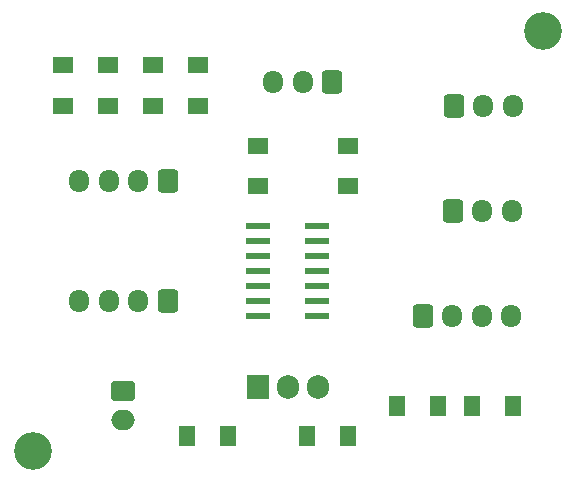
<source format=gbr>
%TF.GenerationSoftware,KiCad,Pcbnew,7.0.9*%
%TF.CreationDate,2024-02-07T18:20:54+01:00*%
%TF.ProjectId,Final_project,46696e61-6c5f-4707-926f-6a6563742e6b,1*%
%TF.SameCoordinates,Original*%
%TF.FileFunction,Soldermask,Top*%
%TF.FilePolarity,Negative*%
%FSLAX46Y46*%
G04 Gerber Fmt 4.6, Leading zero omitted, Abs format (unit mm)*
G04 Created by KiCad (PCBNEW 7.0.9) date 2024-02-07 18:20:54*
%MOMM*%
%LPD*%
G01*
G04 APERTURE LIST*
G04 Aperture macros list*
%AMRoundRect*
0 Rectangle with rounded corners*
0 $1 Rounding radius*
0 $2 $3 $4 $5 $6 $7 $8 $9 X,Y pos of 4 corners*
0 Add a 4 corners polygon primitive as box body*
4,1,4,$2,$3,$4,$5,$6,$7,$8,$9,$2,$3,0*
0 Add four circle primitives for the rounded corners*
1,1,$1+$1,$2,$3*
1,1,$1+$1,$4,$5*
1,1,$1+$1,$6,$7*
1,1,$1+$1,$8,$9*
0 Add four rect primitives between the rounded corners*
20,1,$1+$1,$2,$3,$4,$5,0*
20,1,$1+$1,$4,$5,$6,$7,0*
20,1,$1+$1,$6,$7,$8,$9,0*
20,1,$1+$1,$8,$9,$2,$3,0*%
G04 Aperture macros list end*
%ADD10RoundRect,0.250000X0.600000X0.725000X-0.600000X0.725000X-0.600000X-0.725000X0.600000X-0.725000X0*%
%ADD11O,1.700000X1.950000*%
%ADD12RoundRect,0.250000X-0.750000X0.600000X-0.750000X-0.600000X0.750000X-0.600000X0.750000X0.600000X0*%
%ADD13O,2.000000X1.700000*%
%ADD14R,1.400000X1.700000*%
%ADD15RoundRect,0.250000X-0.600000X-0.725000X0.600000X-0.725000X0.600000X0.725000X-0.600000X0.725000X0*%
%ADD16C,3.200000*%
%ADD17R,1.905000X2.000000*%
%ADD18O,1.905000X2.000000*%
%ADD19R,2.000000X0.600000*%
%ADD20R,1.700000X1.400000*%
G04 APERTURE END LIST*
D10*
%TO.C,J1*%
X93980000Y-127000000D03*
D11*
X91480000Y-127000000D03*
X88980000Y-127000000D03*
X86480000Y-127000000D03*
%TD*%
D12*
%TO.C,J7*%
X90170000Y-134620000D03*
D13*
X90170000Y-137120000D03*
%TD*%
D10*
%TO.C,J3*%
X107910000Y-108475000D03*
D11*
X105410000Y-108475000D03*
X102910000Y-108475000D03*
%TD*%
D14*
%TO.C,C3*%
X109220000Y-138430000D03*
X105820000Y-138430000D03*
%TD*%
D15*
%TO.C,J5*%
X118110000Y-119380000D03*
D11*
X120610000Y-119380000D03*
X123110000Y-119380000D03*
%TD*%
D16*
%TO.C,*%
X82550000Y-139700000D03*
%TD*%
D17*
%TO.C,U2*%
X101600000Y-134295000D03*
D18*
X104140000Y-134295000D03*
X106680000Y-134295000D03*
%TD*%
D14*
%TO.C,R7*%
X113440000Y-135890000D03*
X116840000Y-135890000D03*
%TD*%
D16*
%TO.C,REF\u002A\u002A*%
X125730000Y-104140000D03*
%TD*%
D19*
%TO.C,U1*%
X101665000Y-120650000D03*
X101665000Y-121920000D03*
X101665000Y-123190000D03*
X101665000Y-124460000D03*
X101665000Y-125730000D03*
X101665000Y-127000000D03*
X101665000Y-128270000D03*
X106615000Y-128270000D03*
X106615000Y-127000000D03*
X106615000Y-125730000D03*
X106615000Y-124460000D03*
X106615000Y-123190000D03*
X106615000Y-121920000D03*
X106615000Y-120650000D03*
%TD*%
D20*
%TO.C,R4*%
X92710000Y-107090000D03*
X92710000Y-110490000D03*
%TD*%
%TO.C,R3*%
X88900000Y-107090000D03*
X88900000Y-110490000D03*
%TD*%
D15*
%TO.C,J4*%
X118190000Y-110490000D03*
D11*
X120690000Y-110490000D03*
X123190000Y-110490000D03*
%TD*%
D10*
%TO.C,J2*%
X93980000Y-116840000D03*
D11*
X91480000Y-116840000D03*
X88980000Y-116840000D03*
X86480000Y-116840000D03*
%TD*%
D20*
%TO.C,R5*%
X96520000Y-107090000D03*
X96520000Y-110490000D03*
%TD*%
%TO.C,R2*%
X85090000Y-107090000D03*
X85090000Y-110490000D03*
%TD*%
D14*
%TO.C,R6*%
X123190000Y-135890000D03*
X119790000Y-135890000D03*
%TD*%
D20*
%TO.C,C4*%
X101600000Y-113870000D03*
X101600000Y-117270000D03*
%TD*%
D14*
%TO.C,C2*%
X95660000Y-138430000D03*
X99060000Y-138430000D03*
%TD*%
D20*
%TO.C,R1*%
X109220000Y-117270000D03*
X109220000Y-113870000D03*
%TD*%
D15*
%TO.C,J6*%
X115570000Y-128270000D03*
D11*
X118070000Y-128270000D03*
X120570000Y-128270000D03*
X123070000Y-128270000D03*
%TD*%
M02*

</source>
